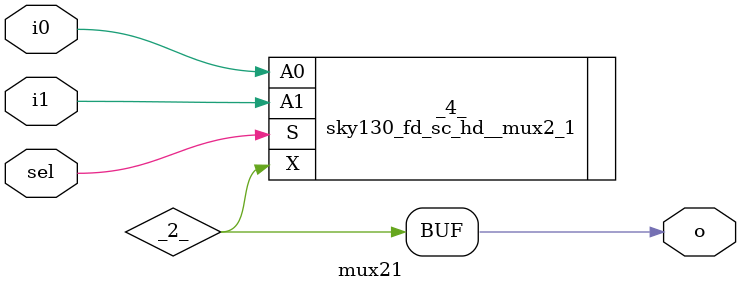
<source format=v>
/* Generated by Yosys 0.51+107 (git sha1 f03b44959, g++ 11.4.0-1ubuntu1~22.04 -fPIC -O3) */

module bypass(A, B, p);
  wire _00_;
  wire _01_;
  wire _02_;
  wire _03_;
  wire _04_;
  wire _05_;
  wire _06_;
  wire _07_;
  wire _08_;
  wire _09_;
  wire _10_;
  wire _11_;
  wire _12_;
  wire _13_;
  wire _14_;
  wire _15_;
  wire _16_;
  wire _17_;
  wire _18_;
  input [3:0] A;
  wire [3:0] A;
  input [3:0] B;
  wire [3:0] B;
  output p;
  wire p;
  sky130_fd_sc_hd__xnor2_1 _19_ (
    .A(_11_),
    .B(_07_),
    .Y(_14_)
  );
  sky130_fd_sc_hd__xnor2_1 _20_ (
    .A(_10_),
    .B(_06_),
    .Y(_15_)
  );
  sky130_fd_sc_hd__xnor2_1 _21_ (
    .A(_13_),
    .B(_09_),
    .Y(_16_)
  );
  sky130_fd_sc_hd__xnor2_1 _22_ (
    .A(_12_),
    .B(_08_),
    .Y(_17_)
  );
  sky130_fd_sc_hd__nor4_1 _23_ (
    .A(_14_),
    .B(_15_),
    .C(_16_),
    .D(_17_),
    .Y(_18_)
  );
  assign _10_ = B[0];
  assign _06_ = A[0];
  assign _11_ = B[1];
  assign _07_ = A[1];
  assign _12_ = B[2];
  assign _08_ = A[2];
  assign _13_ = B[3];
  assign _09_ = A[3];
  assign p = _18_;
endmodule

module carrybypass(A, B, Cin, Cout, S);
  input [15:0] A;
  wire [15:0] A;
  input [15:0] B;
  wire [15:0] B;
  input Cin;
  wire Cin;
  output Cout;
  wire Cout;
  output [15:0] S;
  wire [15:0] S;
  wire [3:0] c;
  cbp4bit cbp0 (
    .A(A[3:0]),
    .B(B[3:0]),
    .Cin(Cin),
    .Cout(c[0]),
    .S(S[3:0])
  );
  cbp4bit cbp1 (
    .A(A[7:4]),
    .B(B[7:4]),
    .Cin(c[0]),
    .Cout(c[1]),
    .S(S[7:4])
  );
  cbp4bit cbp2 (
    .A(A[11:8]),
    .B(B[11:8]),
    .Cin(c[1]),
    .Cout(c[2]),
    .S(S[11:8])
  );
  cbp4bit cbp3 (
    .A(A[15:12]),
    .B(B[15:12]),
    .Cin(c[2]),
    .Cout(Cout),
    .S(S[15:12])
  );
  assign c[3] = Cout;
endmodule

module cbp4bit(A, B, Cin, Cout, S);
  input [3:0] A;
  wire [3:0] A;
  input [3:0] B;
  wire [3:0] B;
  wire [4:0] C;
  input Cin;
  wire Cin;
  output Cout;
  wire Cout;
  output [3:0] S;
  wire [3:0] S;
  wire q;
  wire r;
  bypass by0 (
    .A(A),
    .B(B),
    .p(q)
  );
  fulladdr fa0 (
    .Sum(S[0]),
    .a(A[0]),
    .b(B[0]),
    .cin(Cin),
    .cout(C[1])
  );
  fulladdr fa1 (
    .Sum(S[1]),
    .a(A[1]),
    .b(B[1]),
    .cin(C[1]),
    .cout(C[2])
  );
  fulladdr fa2 (
    .Sum(S[2]),
    .a(A[2]),
    .b(B[2]),
    .cin(C[2]),
    .cout(C[3])
  );
  fulladdr fa3 (
    .Sum(S[3]),
    .a(A[3]),
    .b(B[3]),
    .cin(C[3]),
    .cout(C[4])
  );
  mux21 mu0 (
    .i0(C[4]),
    .i1(Cin),
    .o(r),
    .sel(q)
  );
  assign C[0] = Cin;
  assign Cout = r;
endmodule

module fulladdr(a, b, cin, cout, Sum);
  wire _00_;
  wire _01_;
  wire _02_;
  wire _03_;
  wire _04_;
  wire _05_;
  wire _06_;
  wire _07_;
  wire _08_;
  wire _09_;
  output Sum;
  wire Sum;
  input a;
  wire a;
  input b;
  wire b;
  input cin;
  wire cin;
  output cout;
  wire cout;
  sky130_fd_sc_hd__maj3_1 _10_ (
    .A(_07_),
    .B(_06_),
    .C(_08_),
    .X(_09_)
  );
  sky130_fd_sc_hd__xor3_1 _11_ (
    .A(_07_),
    .B(_06_),
    .C(_08_),
    .X(_05_)
  );
  assign _07_ = b;
  assign _06_ = a;
  assign _08_ = cin;
  assign cout = _09_;
  assign Sum = _05_;
endmodule

module mux21(i0, i1, sel, o);
  wire _0_;
  wire _1_;
  wire _2_;
  wire _3_;
  input i0;
  wire i0;
  input i1;
  wire i1;
  output o;
  wire o;
  input sel;
  wire sel;
  sky130_fd_sc_hd__mux2_1 _4_ (
    .A0(_0_),
    .A1(_1_),
    .S(_3_),
    .X(_2_)
  );
  assign _0_ = i0;
  assign _1_ = i1;
  assign _3_ = sel;
  assign o = _2_;
endmodule

</source>
